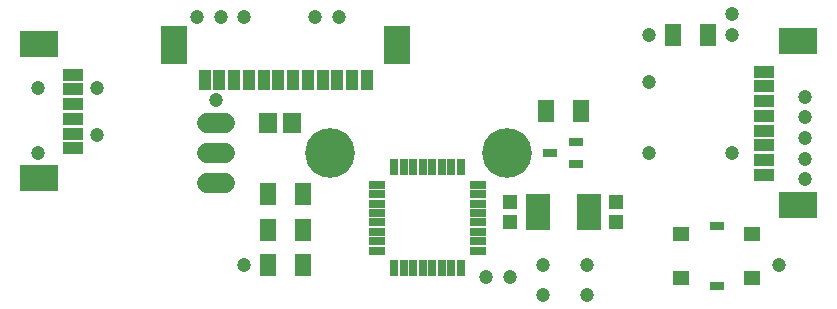
<source format=gts>
G04 EAGLE Gerber X2 export*
%TF.Part,Single*%
%TF.FileFunction,Soldermask,Top,1*%
%TF.FilePolarity,Negative*%
%TF.GenerationSoftware,Autodesk,EAGLE,9.1.0*%
%TF.CreationDate,2020-06-23T23:40:25Z*%
G75*
%MOMM*%
%FSLAX34Y34*%
%LPD*%
%AMOC8*
5,1,8,0,0,1.08239X$1,22.5*%
G01*
%ADD10R,1.503200X1.803200*%
%ADD11R,1.283200X1.253200*%
%ADD12R,1.473200X0.762000*%
%ADD13R,0.762000X1.473200*%
%ADD14R,1.253200X0.803200*%
%ADD15R,2.153200X3.153200*%
%ADD16R,1.803200X1.003200*%
%ADD17R,3.203200X2.303200*%
%ADD18C,1.727200*%
%ADD19R,1.003200X1.803200*%
%ADD20R,2.303200X3.203200*%
%ADD21R,1.363200X1.883200*%
%ADD22R,1.403200X1.303200*%
%ADD23R,1.203200X0.653200*%
%ADD24C,1.203200*%
%ADD25C,4.203200*%


D10*
X285000Y170000D03*
X305000Y170000D03*
D11*
X580000Y103750D03*
X580000Y86250D03*
X490000Y103750D03*
X490000Y86250D03*
D12*
X462926Y62000D03*
X462926Y70000D03*
X462926Y78000D03*
X462926Y86000D03*
X462926Y94000D03*
X462926Y102000D03*
X462926Y110000D03*
X462926Y118000D03*
D13*
X448000Y132926D03*
X440000Y132926D03*
X432000Y132926D03*
X424000Y132926D03*
X416000Y132926D03*
X408000Y132926D03*
X400000Y132926D03*
X392000Y132926D03*
D12*
X377074Y118000D03*
X377074Y110000D03*
X377074Y102000D03*
X377074Y94000D03*
X377074Y86000D03*
X377074Y78000D03*
X377074Y70000D03*
X377074Y62000D03*
D13*
X392000Y47074D03*
X400000Y47074D03*
X408000Y47074D03*
X416000Y47074D03*
X424000Y47074D03*
X432000Y47074D03*
X440000Y47074D03*
X448000Y47074D03*
D14*
X546000Y135500D03*
X546000Y154500D03*
X524000Y145000D03*
D15*
X513500Y95000D03*
X556500Y95000D03*
D16*
X704960Y126250D03*
X704960Y138750D03*
X704960Y151250D03*
X704960Y163750D03*
X704960Y176250D03*
X704960Y188750D03*
X704960Y201250D03*
X704960Y213750D03*
D17*
X733960Y239250D03*
X733960Y100750D03*
D18*
X248620Y119600D02*
X233380Y119600D01*
X233380Y145000D02*
X248620Y145000D01*
X248620Y170400D02*
X233380Y170400D01*
D19*
X368750Y207000D03*
X356250Y207000D03*
X343750Y207000D03*
X331250Y207000D03*
X318750Y207000D03*
X306250Y207000D03*
X293750Y207000D03*
X281250Y207000D03*
X268750Y207000D03*
X256250Y207000D03*
X243750Y207000D03*
X231250Y207000D03*
D20*
X394250Y236000D03*
X205750Y236000D03*
D16*
X120000Y211250D03*
X120000Y198750D03*
X120000Y186250D03*
X120000Y173750D03*
X120000Y161250D03*
X120000Y148750D03*
D17*
X91000Y236750D03*
X91000Y123250D03*
D21*
X285250Y50000D03*
X314750Y50000D03*
X549750Y180000D03*
X520250Y180000D03*
X657250Y245000D03*
X627750Y245000D03*
X314750Y110000D03*
X285250Y110000D03*
X285250Y80000D03*
X314750Y80000D03*
D22*
X695000Y76000D03*
X695000Y39000D03*
X635000Y76000D03*
X635000Y39000D03*
D23*
X665000Y82750D03*
X665000Y32250D03*
D24*
X265000Y260000D03*
X325000Y260000D03*
X677500Y245000D03*
X607500Y145000D03*
X241250Y190000D03*
X345000Y260000D03*
X740000Y122500D03*
X740000Y175000D03*
X717500Y50000D03*
D25*
X337500Y145000D03*
D24*
X517500Y50000D03*
X555000Y50000D03*
X607500Y245000D03*
X517500Y25000D03*
X245000Y260000D03*
X490000Y40000D03*
X225000Y260000D03*
X740000Y192500D03*
X677500Y262500D03*
X470000Y40000D03*
X740000Y157500D03*
X677500Y145000D03*
X607500Y205000D03*
X740000Y140000D03*
X555000Y25000D03*
X140000Y200000D03*
X140000Y160000D03*
X265000Y50000D03*
X90000Y145000D03*
X90000Y200000D03*
D25*
X487500Y145000D03*
M02*

</source>
